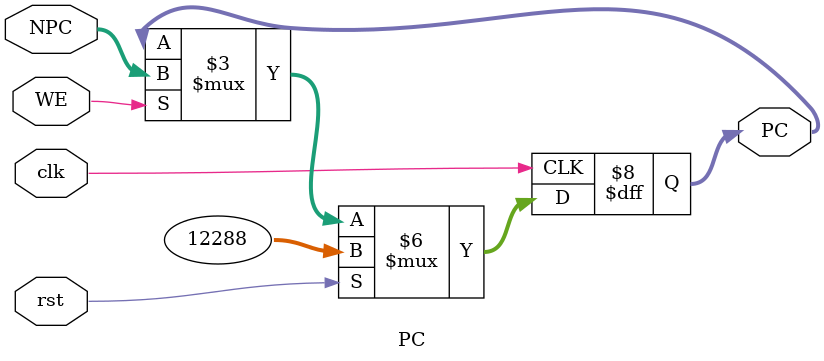
<source format=v>

module PC (
    input wire clk,
    input wire rst,
    input wire WE,
    input wire [31:0] NPC,
    output reg [31:0] PC
);
    /*
        Program Counter
        Address space: 0x00003000-0x00006FFF
    */
    initial begin
        PC = 32'h00003000;
    end

    always @(posedge clk) begin
        if (rst) begin
            PC <= 32'h00003000;
        end 
        else if (WE) begin
            PC <= NPC;
        end
    end
endmodule
</source>
